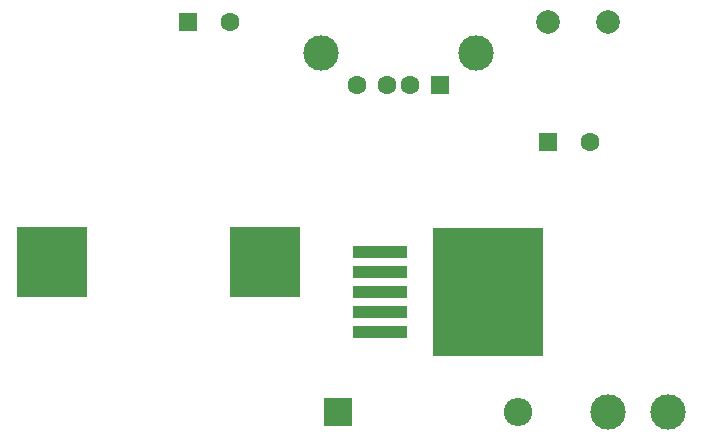
<source format=gbr>
%TF.GenerationSoftware,KiCad,Pcbnew,(6.0.4-0)*%
%TF.CreationDate,2022-04-27T17:17:30-07:00*%
%TF.ProjectId,DC_To_DC_Converter,44435f54-6f5f-4444-935f-436f6e766572,rev?*%
%TF.SameCoordinates,Original*%
%TF.FileFunction,Soldermask,Top*%
%TF.FilePolarity,Negative*%
%FSLAX46Y46*%
G04 Gerber Fmt 4.6, Leading zero omitted, Abs format (unit mm)*
G04 Created by KiCad (PCBNEW (6.0.4-0)) date 2022-04-27 17:17:30*
%MOMM*%
%LPD*%
G01*
G04 APERTURE LIST*
%ADD10R,1.600000X1.600000*%
%ADD11C,1.600000*%
%ADD12C,2.000000*%
%ADD13C,3.000000*%
%ADD14R,2.400000X2.400000*%
%ADD15O,2.400000X2.400000*%
%ADD16R,4.600000X1.100000*%
%ADD17R,9.400000X10.800000*%
%ADD18R,1.600000X1.500000*%
%ADD19R,6.000000X6.000000*%
G04 APERTURE END LIST*
D10*
%TO.C,C1*%
X165100000Y-45720000D03*
D11*
X168600000Y-45720000D03*
%TD*%
D12*
%TO.C,FB1*%
X170180000Y-35560000D03*
X165100000Y-35560000D03*
%TD*%
D13*
%TO.C,J1*%
X175260000Y-68580000D03*
X170180000Y-68580000D03*
%TD*%
D14*
%TO.C,D1*%
X147320000Y-68580000D03*
D15*
X162560000Y-68580000D03*
%TD*%
D16*
%TO.C,U1*%
X150870000Y-55020000D03*
X150870000Y-56720000D03*
X150870000Y-58420000D03*
D17*
X160020000Y-58420000D03*
D16*
X150870000Y-60120000D03*
X150870000Y-61820000D03*
%TD*%
D10*
%TO.C,C2*%
X134620000Y-35560000D03*
D11*
X138120000Y-35560000D03*
%TD*%
D18*
%TO.C,J2*%
X155900000Y-40920000D03*
D11*
X153400000Y-40920000D03*
X151400000Y-40920000D03*
X148900000Y-40920000D03*
D13*
X158970000Y-38210000D03*
X145830000Y-38210000D03*
%TD*%
D19*
%TO.C,L1*%
X123080000Y-55880000D03*
X141080000Y-55880000D03*
%TD*%
M02*

</source>
